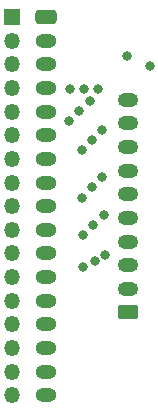
<source format=gbr>
%TF.GenerationSoftware,KiCad,Pcbnew,(6.0.1)*%
%TF.CreationDate,2022-07-28T19:16:12-07:00*%
%TF.ProjectId,mu100-dit-connector-board,6d753130-302d-4646-9974-2d636f6e6e65,rev?*%
%TF.SameCoordinates,PX4a615b8PY2b4db18*%
%TF.FileFunction,Soldermask,Bot*%
%TF.FilePolarity,Negative*%
%FSLAX46Y46*%
G04 Gerber Fmt 4.6, Leading zero omitted, Abs format (unit mm)*
G04 Created by KiCad (PCBNEW (6.0.1)) date 2022-07-28 19:16:12*
%MOMM*%
%LPD*%
G01*
G04 APERTURE LIST*
G04 Aperture macros list*
%AMRoundRect*
0 Rectangle with rounded corners*
0 $1 Rounding radius*
0 $2 $3 $4 $5 $6 $7 $8 $9 X,Y pos of 4 corners*
0 Add a 4 corners polygon primitive as box body*
4,1,4,$2,$3,$4,$5,$6,$7,$8,$9,$2,$3,0*
0 Add four circle primitives for the rounded corners*
1,1,$1+$1,$2,$3*
1,1,$1+$1,$4,$5*
1,1,$1+$1,$6,$7*
1,1,$1+$1,$8,$9*
0 Add four rect primitives between the rounded corners*
20,1,$1+$1,$2,$3,$4,$5,0*
20,1,$1+$1,$4,$5,$6,$7,0*
20,1,$1+$1,$6,$7,$8,$9,0*
20,1,$1+$1,$8,$9,$2,$3,0*%
G04 Aperture macros list end*
%ADD10R,1.350000X1.350000*%
%ADD11O,1.350000X1.350000*%
%ADD12RoundRect,0.250000X0.625000X-0.350000X0.625000X0.350000X-0.625000X0.350000X-0.625000X-0.350000X0*%
%ADD13O,1.750000X1.200000*%
%ADD14RoundRect,0.250000X-0.650000X0.350000X-0.650000X-0.350000X0.650000X-0.350000X0.650000X0.350000X0*%
%ADD15O,1.800000X1.200000*%
%ADD16C,0.800000*%
G04 APERTURE END LIST*
D10*
%TO.C,J1*%
X79988400Y-49242000D03*
D11*
X79988400Y-51242000D03*
X79988400Y-53242000D03*
X79988400Y-55242000D03*
X79988400Y-57242000D03*
X79988400Y-59242000D03*
X79988400Y-61242000D03*
X79988400Y-63242000D03*
X79988400Y-65242000D03*
X79988400Y-67242000D03*
X79988400Y-69242000D03*
X79988400Y-71242000D03*
X79988400Y-73242000D03*
X79988400Y-75242000D03*
X79988400Y-77242000D03*
X79988400Y-79242000D03*
X79988400Y-81242000D03*
%TD*%
D12*
%TO.C,J3*%
X89798400Y-74232000D03*
D13*
X89798400Y-72232000D03*
X89798400Y-70232000D03*
X89798400Y-68232000D03*
X89798400Y-66232000D03*
X89798400Y-64232000D03*
X89798400Y-62232000D03*
X89798400Y-60232000D03*
X89798400Y-58232000D03*
X89798400Y-56232000D03*
%TD*%
D14*
%TO.C,J2*%
X82848400Y-49242000D03*
D15*
X82848400Y-51242000D03*
X82848400Y-53242000D03*
X82848400Y-55242000D03*
X82848400Y-57242000D03*
X82848400Y-59242000D03*
X82848400Y-61242000D03*
X82848400Y-63242000D03*
X82848400Y-65242000D03*
X82848400Y-67242000D03*
X82848400Y-69242000D03*
X82848400Y-71242000D03*
X82848400Y-73242000D03*
X82848400Y-75242000D03*
X82848400Y-77242000D03*
X82848400Y-79242000D03*
X82848400Y-81242000D03*
%TD*%
D16*
X91693400Y-53407000D03*
X85718400Y-57182000D03*
X87893400Y-69357000D03*
X86788400Y-59632000D03*
X89743400Y-52557000D03*
X86043400Y-67707000D03*
X87663400Y-58757000D03*
X87053400Y-69857000D03*
X86793400Y-63657000D03*
X84943400Y-55307000D03*
X86893400Y-66857000D03*
X86593400Y-56307000D03*
X84868400Y-58032000D03*
X85943400Y-64507000D03*
X86143400Y-55307000D03*
X87768400Y-65982000D03*
X87293400Y-55307000D03*
X86043400Y-70357000D03*
X87668400Y-62782000D03*
X85938400Y-60482000D03*
M02*

</source>
